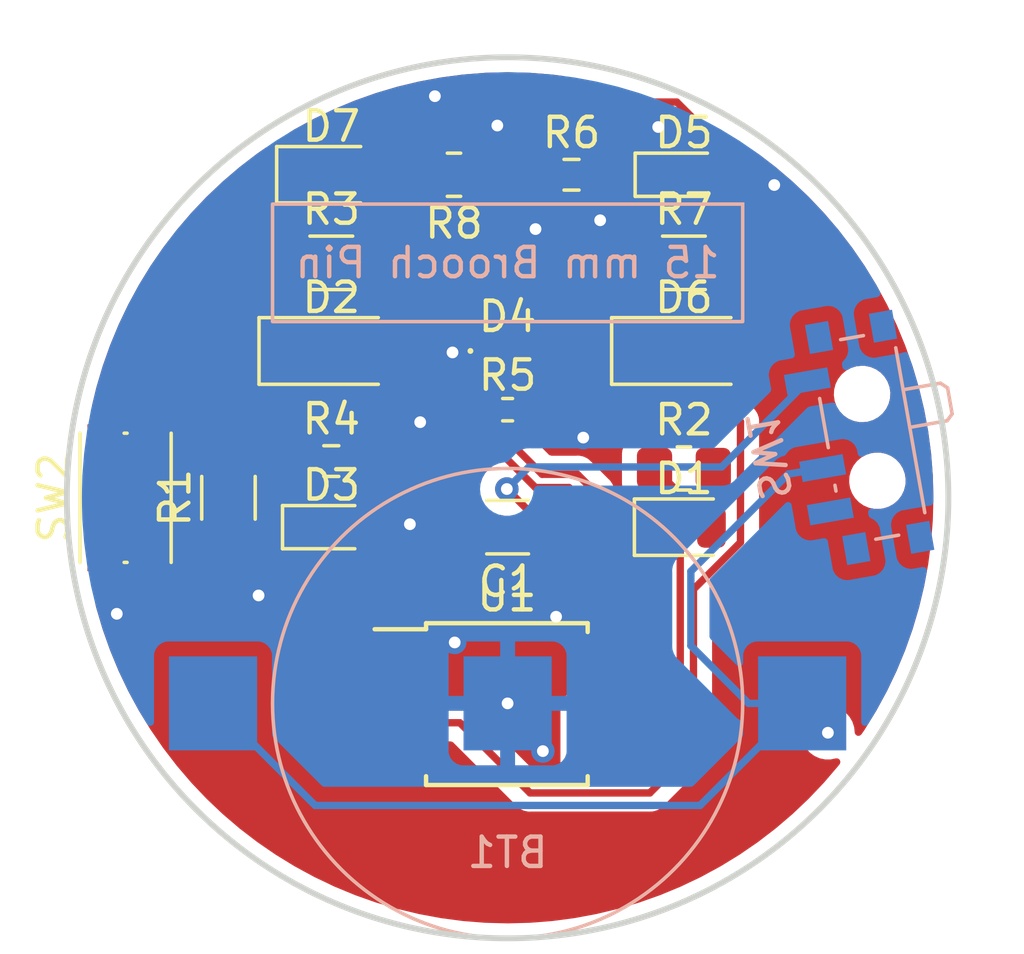
<source format=kicad_pcb>
(kicad_pcb (version 20211014) (generator pcbnew)
  (layers (0 "F.Cu" signal) (31 "B.Cu" signal) (34 "B.Paste" user) (35 "F.Paste" user) (36 "B.SilkS" user "B.Silkscreen") (37 "F.SilkS" user "F.Silkscreen") (38 "B.Mask" user) (39 "F.Mask" user) (44 "Edge.Cuts" user))
  (net 0 "")
  (net 1 "Net-(BT1-Pad1)")
  (net 2 "GND")
  (net 3 "+3V3")
  (net 4 "Net-(D1-Pad2)")
  (net 5 "Net-(D2-Pad2)")
  (net 6 "Net-(D3-Pad2)")
  (net 7 "Net-(D4-Pad2)")
  (net 8 "Net-(D5-Pad2)")
  (net 9 "Net-(D6-Pad2)")
  (net 10 "Net-(D7-Pad2)")
  (net 11 "/Dice_Button")
  (net 12 "/LED_4")
  (net 13 "/LED_6")
  (net 14 "/LED_2")
  (net 15 "/LED_1")
  (footprint "Capacitor_SMD:C_1206_3216Metric_Pad1.33x1.80mm_HandSolder" (layer "F.Cu") (at 100 51 180)
    (fp_text reference "C1" (at 0 -1.85) (layer "F.SilkS"))
    (fp_text value "2u2")
    (fp_line (start -0.711252 0.91) (end 0.711252 0.91) (layer "F.SilkS") (width 0.12))
    (fp_line (start -0.711252 -0.91) (end 0.711252 -0.91) (layer "F.SilkS") (width 0.12))
    (pad "1" smd roundrect (at -1.5625 0 180) (size 1.325 1.8) (layers "F.Cu" "F.Paste" "F.Mask") (roundrect_rratio 0.188679) (net 3 "+3V3"))
    (pad "2" smd roundrect (at 1.5625 0 180) (size 1.325 1.8) (layers "F.Cu" "F.Paste" "F.Mask") (roundrect_rratio 0.188679) (net 2 "GND"))
  )
  (footprint "Resistor_SMD:R_0805_2012Metric_Pad1.20x1.40mm_HandSolder" (layer "F.Cu") (at 106 49)
    (fp_text reference "R2" (at 0 -1.65) (layer "F.SilkS"))
    (fp_text value "180")
    (fp_line (start -0.227064 0.735) (end 0.227064 0.735) (layer "F.SilkS") (width 0.12))
    (fp_line (start -0.227064 -0.735) (end 0.227064 -0.735) (layer "F.SilkS") (width 0.12))
    (pad "1" smd roundrect (at -1 0) (size 1.2 1.4) (layers "F.Cu" "F.Paste" "F.Mask") (roundrect_rratio 0.208333) (net 12 "/LED_4"))
    (pad "2" smd roundrect (at 1 0) (size 1.2 1.4) (layers "F.Cu" "F.Paste" "F.Mask") (roundrect_rratio 0.208333) (net 4 "Net-(D1-Pad2)"))
  )
  (footprint "Diode_SMD:D_0603_1608Metric_Pad1.05x0.95mm_HandSolder" (layer "F.Cu") (at 106 39)
    (fp_text reference "D5" (at 0 -1.43) (layer "F.SilkS"))
    (fp_text value "Green")
    (fp_line (start 0.8 -0.735) (end -1.66 -0.735) (layer "F.SilkS") (width 0.12))
    (fp_line (start -1.66 0.735) (end 0.8 0.735) (layer "F.SilkS") (width 0.12))
    (fp_line (start -1.66 -0.735) (end -1.66 0.735) (layer "F.SilkS") (width 0.12))
    (pad "1" smd roundrect (at -0.875 0) (size 1.05 0.95) (layers "F.Cu" "F.Paste" "F.Mask") (net 2 "GND"))
    (pad "2" smd roundrect (at 0.875 0) (size 1.05 0.95) (layers "F.Cu" "F.Paste" "F.Mask") (net 8 "Net-(D5-Pad2)"))
  )
  (footprint "Resistor_SMD:R_1206_3216Metric_Pad1.30x1.75mm_HandSolder" (layer "F.Cu") (at 94 42)
    (fp_text reference "R3" (at 0 -1.82) (layer "F.SilkS"))
    (fp_text value "120")
    (fp_line (start -0.727064 0.91) (end 0.727064 0.91) (layer "F.SilkS") (width 0.12))
    (fp_line (start -0.727064 -0.91) (end 0.727064 -0.91) (layer "F.SilkS") (width 0.12))
    (pad "1" smd roundrect (at -1.55 0) (size 1.3 1.75) (layers "F.Cu" "F.Paste" "F.Mask") (roundrect_rratio 0.192308) (net 13 "/LED_6"))
    (pad "2" smd roundrect (at 1.55 0) (size 1.3 1.75) (layers "F.Cu" "F.Paste" "F.Mask") (roundrect_rratio 0.192308) (net 5 "Net-(D2-Pad2)"))
  )
  (footprint "Diode_SMD:D_0402_1005Metric_Pad0.77x0.64mm_HandSolder" (layer "F.Cu") (at 100 45)
    (fp_text reference "D4" (at 0 -1.17) (layer "F.SilkS"))
    (fp_text value "Blue")
    (fp_circle (center -1.265 0) (end -1.215 0) (layer "F.SilkS") (width 0.1) (fill none))
    (pad "1" smd roundrect (at -0.5725 0) (size 0.765 0.64) (layers "F.Cu" "F.Paste" "F.Mask") (net 2 "GND"))
    (pad "2" smd roundrect (at 0.5725 0) (size 0.765 0.64) (layers "F.Cu" "F.Paste" "F.Mask") (net 7 "Net-(D4-Pad2)"))
  )
  (footprint "Button_Switch_SMD:SW_Push_1P1T_NO_CK_KMR2" (layer "F.Cu") (at 87 50 90)
    (fp_text reference "SW2" (at 0 -2.45 90) (layer "F.SilkS"))
    (fp_text value "Dice Roll")
    (fp_line (start -2.2 0.05) (end -2.2 -0.05) (layer "F.SilkS") (width 0.12))
    (fp_line (start 2.2 -1.55) (end -2.2 -1.55) (layer "F.SilkS") (width 0.12))
    (fp_line (start -2.2 1.55) (end 2.2 1.55) (layer "F.SilkS") (width 0.12))
    (fp_line (start 2.2 0.05) (end 2.2 -0.05) (layer "F.SilkS") (width 0.12))
    (pad "1" smd rect (at 2.05 -0.8 90) (size 0.9 1) (layers "F.Cu" "F.Paste" "F.Mask") (net 11 "/Dice_Button"))
    (pad "1" smd rect (at -2.05 -0.8 90) (size 0.9 1) (layers "F.Cu" "F.Paste" "F.Mask") (net 11 "/Dice_Button"))
    (pad "2" smd rect (at 2.05 0.8 90) (size 0.9 1) (layers "F.Cu" "F.Paste" "F.Mask") (net 3 "+3V3"))
    (pad "2" smd rect (at -2.05 0.8 90) (size 0.9 1) (layers "F.Cu" "F.Paste" "F.Mask") (net 3 "+3V3"))
  )
  (footprint "Resistor_SMD:R_0603_1608Metric_Pad0.98x0.95mm_HandSolder" (layer "F.Cu") (at 94 48.75)
    (fp_text reference "R4" (at 0 -1.43) (layer "F.SilkS"))
    (fp_text value "120")
    (fp_line (start -0.254724 0.5225) (end 0.254724 0.5225) (layer "F.SilkS") (width 0.12))
    (fp_line (start -0.254724 -0.5225) (end 0.254724 -0.5225) (layer "F.SilkS") (width 0.12))
    (pad "1" smd roundrect (at -0.9125 0) (size 0.975 0.95) (layers "F.Cu" "F.Paste" "F.Mask") (net 14 "/LED_2"))
    (pad "2" smd roundrect (at 0.9125 0) (size 0.975 0.95) (layers "F.Cu" "F.Paste" "F.Mask") (net 6 "Net-(D3-Pad2)"))
  )
  (footprint "Diode_SMD:D_1206_3216Metric_Pad1.42x1.75mm_HandSolder" (layer "F.Cu") (at 94 45)
    (fp_text reference "D2" (at 0 -1.82) (layer "F.SilkS"))
    (fp_text value "Yellow")
    (fp_line (start -2.46 1.135) (end 1.6 1.135) (layer "F.SilkS") (width 0.12))
    (fp_line (start 1.6 -1.135) (end -2.46 -1.135) (layer "F.SilkS") (width 0.12))
    (fp_line (start -2.46 -1.135) (end -2.46 1.135) (layer "F.SilkS") (width 0.12))
    (pad "1" smd roundrect (at -1.4875 0) (size 1.425 1.75) (layers "F.Cu" "F.Paste" "F.Mask") (roundrect_rratio 0.175439) (net 2 "GND"))
    (pad "2" smd roundrect (at 1.4875 0) (size 1.425 1.75) (layers "F.Cu" "F.Paste" "F.Mask") (roundrect_rratio 0.175439) (net 5 "Net-(D2-Pad2)"))
  )
  (footprint "Diode_SMD:D_0805_2012Metric" (layer "F.Cu") (at 106 51)
    (fp_text reference "D1" (at 0 -1.65) (layer "F.SilkS"))
    (fp_text value "Red")
    (fp_line (start -1.685 -0.96) (end -1.685 0.96) (layer "F.SilkS") (width 0.12))
    (fp_line (start -1.685 0.96) (end 1 0.96) (layer "F.SilkS") (width 0.12))
    (fp_line (start 1 -0.96) (end -1.685 -0.96) (layer "F.SilkS") (width 0.12))
    (pad "1" smd roundrect (at -0.9375 0) (size 0.975 1.4) (layers "F.Cu" "F.Paste" "F.Mask") (net 2 "GND"))
    (pad "2" smd roundrect (at 0.9375 0) (size 0.975 1.4) (layers "F.Cu" "F.Paste" "F.Mask") (net 4 "Net-(D1-Pad2)"))
  )
  (footprint "Resistor_SMD:R_0805_2012Metric_Pad1.20x1.40mm_HandSolder" (layer "F.Cu") (at 98.175 39 180)
    (fp_text reference "R8" (at 0 -1.65) (layer "F.SilkS"))
    (fp_text value "180")
    (fp_line (start -0.227064 -0.735) (end 0.227064 -0.735) (layer "F.SilkS") (width 0.12))
    (fp_line (start -0.227064 0.735) (end 0.227064 0.735) (layer "F.SilkS") (width 0.12))
    (pad "1" smd roundrect (at -1 0 180) (size 1.2 1.4) (layers "F.Cu" "F.Paste" "F.Mask") (roundrect_rratio 0.208333) (net 12 "/LED_4"))
    (pad "2" smd roundrect (at 1 0 180) (size 1.2 1.4) (layers "F.Cu" "F.Paste" "F.Mask") (roundrect_rratio 0.208333) (net 10 "Net-(D7-Pad2)"))
  )
  (footprint "Diode_SMD:D_0805_2012Metric_Pad1.15x1.40mm_HandSolder" (layer "F.Cu") (at 94 39)
    (fp_text reference "D7" (at 0 -1.65) (layer "F.SilkS"))
    (fp_text value "Red")
    (fp_line (start -1.86 0.96) (end 1 0.96) (layer "F.SilkS") (width 0.12))
    (fp_line (start -1.86 -0.96) (end -1.86 0.96) (layer "F.SilkS") (width 0.12))
    (fp_line (start 1 -0.96) (end -1.86 -0.96) (layer "F.SilkS") (width 0.12))
    (pad "1" smd roundrect (at -1.025 0) (size 1.15 1.4) (layers "F.Cu" "F.Paste" "F.Mask") (roundrect_rratio 0.217391) (net 2 "GND"))
    (pad "2" smd roundrect (at 1.025 0) (size 1.15 1.4) (layers "F.Cu" "F.Paste" "F.Mask") (roundrect_rratio 0.217391) (net 10 "Net-(D7-Pad2)"))
  )
  (footprint "Resistor_SMD:R_1206_3216Metric_Pad1.30x1.75mm_HandSolder" (layer "F.Cu") (at 90.5 50 90)
    (fp_text reference "R1" (at 0 -1.82 90) (layer "F.SilkS"))
    (fp_text value "10k")
    (fp_line (start -0.727064 0.91) (end 0.727064 0.91) (layer "F.SilkS") (width 0.12))
    (fp_line (start -0.727064 -0.91) (end 0.727064 -0.91) (layer "F.SilkS") (width 0.12))
    (pad "1" smd roundrect (at -1.55 0 90) (size 1.3 1.75) (layers "F.Cu" "F.Paste" "F.Mask") (roundrect_rratio 0.192308) (net 11 "/Dice_Button"))
    (pad "2" smd roundrect (at 1.55 0 90) (size 1.3 1.75) (layers "F.Cu" "F.Paste" "F.Mask") (roundrect_rratio 0.192308) (net 2 "GND"))
  )
  (footprint "Resistor_SMD:R_1206_3216Metric_Pad1.30x1.75mm_HandSolder" (layer "F.Cu") (at 106 42)
    (fp_text reference "R7" (at 0 -1.82) (layer "F.SilkS"))
    (fp_text value "120")
    (fp_line (start -0.727064 0.91) (end 0.727064 0.91) (layer "F.SilkS") (width 0.12))
    (fp_line (start -0.727064 -0.91) (end 0.727064 -0.91) (layer "F.SilkS") (width 0.12))
    (pad "1" smd roundrect (at -1.55 0) (size 1.3 1.75) (layers "F.Cu" "F.Paste" "F.Mask") (roundrect_rratio 0.192308) (net 13 "/LED_6"))
    (pad "2" smd roundrect (at 1.55 0) (size 1.3 1.75) (layers "F.Cu" "F.Paste" "F.Mask") (roundrect_rratio 0.192308) (net 9 "Net-(D6-Pad2)"))
  )
  (footprint "Resistor_SMD:R_0402_1005Metric_Pad0.72x0.64mm_HandSolder" (layer "F.Cu") (at 100 47)
    (fp_text reference "R5" (at 0 -1.17) (layer "F.SilkS"))
    (fp_text value "10")
    (fp_line (start -0.167621 -0.38) (end 0.167621 -0.38) (layer "F.SilkS") (width 0.12))
    (fp_line (start -0.167621 0.38) (end 0.167621 0.38) (layer "F.SilkS") (width 0.12))
    (pad "1" smd roundrect (at -0.5975 0) (size 0.715 0.64) (layers "F.Cu" "F.Paste" "F.Mask") (net 15 "/LED_1"))
    (pad "2" smd roundrect (at 0.5975 0) (size 0.715 0.64) (layers "F.Cu" "F.Paste" "F.Mask") (net 7 "Net-(D4-Pad2)"))
  )
  (footprint "Diode_SMD:D_1206_3216Metric_Pad1.42x1.75mm_HandSolder" (layer "F.Cu") (at 106 45)
    (fp_text reference "D6" (at 0 -1.82) (layer "F.SilkS"))
    (fp_text value "Yellow")
    (fp_line (start -2.46 -1.135) (end -2.46 1.135) (layer "F.SilkS") (width 0.12))
    (fp_line (start -2.46 1.135) (end 1.6 1.135) (layer "F.SilkS") (width 0.12))
    (fp_line (start 1.6 -1.135) (end -2.46 -1.135) (layer "F.SilkS") (width 0.12))
    (pad "1" smd roundrect (at -1.4875 0) (size 1.425 1.75) (layers "F.Cu" "F.Paste" "F.Mask") (roundrect_rratio 0.175439) (net 2 "GND"))
    (pad "2" smd roundrect (at 1.4875 0) (size 1.425 1.75) (layers "F.Cu" "F.Paste" "F.Mask") (roundrect_rratio 0.175439) (net 9 "Net-(D6-Pad2)"))
  )
  (footprint "Resistor_SMD:R_0603_1608Metric_Pad0.98x0.95mm_HandSolder" (layer "F.Cu") (at 102.175 39)
    (fp_text reference "R6" (at 0 -1.43) (layer "F.SilkS"))
    (fp_text value "120")
    (fp_line (start -0.254724 0.5225) (end 0.254724 0.5225) (layer "F.SilkS") (width 0.12))
    (fp_line (start -0.254724 -0.5225) (end 0.254724 -0.5225) (layer "F.SilkS") (width 0.12))
    (pad "1" smd roundrect (at -0.9125 0) (size 0.975 0.95) (layers "F.Cu" "F.Paste" "F.Mask") (net 14 "/LED_2"))
    (pad "2" smd roundrect (at 0.9125 0) (size 0.975 0.95) (layers "F.Cu" "F.Paste" "F.Mask") (net 8 "Net-(D5-Pad2)"))
  )
  (footprint "Diode_SMD:D_0603_1608Metric_Pad1.05x0.95mm_HandSolder" (layer "F.Cu") (at 94 51)
    (fp_text reference "D3" (at 0 -1.43) (layer "F.SilkS"))
    (fp_text value "Green")
    (fp_line (start -1.66 0.735) (end 0.8 0.735) (layer "F.SilkS") (width 0.12))
    (fp_line (start 0.8 -0.735) (end -1.66 -0.735) (layer "F.SilkS") (width 0.12))
    (fp_line (start -1.66 -0.735) (end -1.66 0.735) (layer "F.SilkS") (width 0.12))
    (pad "1" smd roundrect (at -0.875 0) (size 1.05 0.95) (layers "F.Cu" "F.Paste" "F.Mask") (net 2 "GND"))
    (pad "2" smd roundrect (at 0.875 0) (size 1.05 0.95) (layers "F.Cu" "F.Paste" "F.Mask") (net 6 "Net-(D3-Pad2)"))
  )
  (footprint "Package_SO:SOIC-8W_5.3x5.3mm_P1.27mm" (layer "F.Cu") (at 99.975 57.025)
    (fp_text reference "U1" (at 0 -3.68) (layer "F.SilkS"))
    (fp_text value "ATtiny85")
    (fp_line (start 2.75 -2.755) (end 2.75 -2.455) (layer "F.SilkS") (width 0.15))
    (fp_line (start -2.75 2.755) (end -2.75 2.455) (layer "F.SilkS") (width 0.15))
    (fp_line (start -2.75 -2.755) (end 2.75 -2.755) (layer "F.SilkS") (width 0.15))
    (fp_line (start -2.75 2.755) (end 2.75 2.755) (layer "F.SilkS") (width 0.15))
    (fp_line (start -2.75 -2.55) (end -4.5 -2.55) (layer "F.SilkS") (width 0.15))
    (fp_line (start 2.75 2.755) (end 2.75 2.455) (layer "F.SilkS") (width 0.15))
    (fp_line (start -2.75 -2.755) (end -2.75 -2.55) (layer "F.SilkS") (width 0.15))
    (pad "1" smd rect (at -3.65 -1.905) (size 1.7 0.65) (layers "F.Cu" "F.Paste" "F.Mask"))
    (pad "2" smd rect (at -3.65 -0.635) (size 1.7 0.65) (layers "F.Cu" "F.Paste" "F.Mask") (net 11 "/Dice_Button"))
    (pad "3" smd rect (at -3.65 0.635) (size 1.7 0.65) (layers "F.Cu" "F.Paste" "F.Mask") (net 13 "/LED_6"))
    (pad "4" smd rect (at -3.65 1.905) (size 1.7 0.65) (layers "F.Cu" "F.Paste" "F.Mask") (net 2 "GND"))
    (pad "5" smd rect (at 3.65 1.905) (size 1.7 0.65) (layers "F.Cu" "F.Paste" "F.Mask") (net 15 "/LED_1"))
    (pad "6" smd rect (at 3.65 0.635) (size 1.7 0.65) (layers "F.Cu" "F.Paste" "F.Mask") (net 14 "/LED_2"))
    (pad "7" smd rect (at 3.65 -0.635) (size 1.7 0.65) (layers "F.Cu" "F.Paste" "F.Mask") (net 12 "/LED_4"))
    (pad "8" smd rect (at 3.65 -1.905) (size 1.7 0.65) (layers "F.Cu" "F.Paste" "F.Mask") (net 3 "+3V3"))
  )
  (footprint "brooch pin:15 mm Brooch Pin" (layer "B.Cu") (at 100 42 180)
    (fp_text reference "Pin1" hide)
    (fp_text value "15 mm Brooch Pin" (at 0 0 unlocked) (layer "B.SilkS") (effects (justify mirror)))
    (fp_rect (start -8 2) (end 8 -2) (layer "B.SilkS") (width 0.12) (fill none))
  )
  (footprint "Button_Switch_SMD:SW_SPDT_PCM12" (layer "B.Cu") (at 112 48 -80)
    (fp_text reference "SW1" (at 0 3.2 100) (layer "B.SilkS") (effects (justify mirror)))
    (fp_text value "Power")
    (fp_line (start -1.6 1.12) (end 0.1 1.12) (layer "B.SilkS") (width 0.12))
    (fp_line (start 1.4 1.12) (end 1.6 1.12) (layer "B.SilkS") (width 0.12))
    (fp_line (start -1.4 -3.02) (end -1.2 -3.23) (layer "B.SilkS") (width 0.12))
    (fp_line (start -3.45 0.07) (end -3.45 -0.72) (layer "B.SilkS") (width 0.12))
    (fp_line (start -1.2 -3.23) (end -0.3 -3.23) (layer "B.SilkS") (width 0.12))
    (fp_line (start -0.1 -3.02) (end -0.1 -1.73) (layer "B.SilkS") (width 0.12))
    (fp_line (start -0.1 -3.02) (end -0.3 -3.23) (layer "B.SilkS") (width 0.12))
    (fp_line (start -2.85 -1.73) (end 2.85 -1.73) (layer "B.SilkS") (width 0.12))
    (fp_line (start -1.4 -1.73) (end -1.4 -3.02) (layer "B.SilkS") (width 0.12))
    (fp_line (start 3.45 -0.72) (end 3.45 0.07) (layer "B.SilkS") (width 0.12))
    (pad "" np_thru_hole circle (at -1.5 -0.33 280) (size 0.9 0.9) (drill 0.9) (layers *.Cu *.Mask))
    (pad "" smd rect (at -3.65 -1.43 280) (size 1 0.8) (layers "B.Cu" "B.Paste" "B.Mask"))
    (pad "" smd rect (at 3.65 0.78 280) (size 1 0.8) (layers "B.Cu" "B.Paste" "B.Mask"))
    (pad "" np_thru_hole circle (at 1.5 -0.33 280) (size 0.9 0.9) (drill 0.9) (layers *.Cu *.Mask))
    (pad "" smd rect (at 3.65 -1.43 280) (size 1 0.8) (layers "B.Cu" "B.Paste" "B.Mask"))
    (pad "" smd rect (at -3.65 0.78 280) (size 1 0.8) (layers "B.Cu" "B.Paste" "B.Mask"))
    (pad "1" smd rect (at -2.25 1.43 280) (size 0.7 1.5) (layers "B.Cu" "B.Paste" "B.Mask") (net 3 "+3V3"))
    (pad "2" smd rect (at 0.75 1.43 280) (size 0.7 1.5) (layers "B.Cu" "B.Paste" "B.Mask") (net 1 "Net-(BT1-Pad1)"))
    (pad "3" smd rect (at 2.25 1.43 280) (size 0.7 1.5) (layers "B.Cu" "B.Paste" "B.Mask"))
  )
  (footprint "SMTM1632:SMTM1632" (layer "B.Cu") (at 100 57 180)
    (fp_text reference "BT1" (at 0 -5.08 unlocked) (layer "B.SilkS") (effects (justify mirror)))
    (fp_text value "SMTM1632")
    (fp_circle (center 0 0) (end 8 0) (layer "B.SilkS") (width 0.12) (fill none))
    (pad "1" smd rect (at 10.025 0 180) (size 3 3.2) (layers "B.Cu" "B.Paste" "B.Mask") (net 1 "Net-(BT1-Pad1)"))
    (pad "1" smd rect (at -10.025 0 180) (size 3 3.2) (layers "B.Cu" "B.Paste" "B.Mask") (net 1 "Net-(BT1-Pad1)"))
    (pad "2" smd rect (at 0 0 180) (size 3 3.2) (layers "B.Cu" "B.Paste" "B.Mask") (net 2 "GND"))
  )
  (gr_circle locked (center 100 50) (end 115 50) (layer "Edge.Cuts") (width 0.2) (fill none))
  (via (at 110.9 58) (size 0.8) (drill 0.4) (layers "F.Cu" "B.Cu") (net 1))
  (segment (start 106.2367 55.037) (end 106.2367 52.5032) (width 0.25) (layer "B.Cu") (net 1))
  (segment (start 106.2367 55.037) (end 108.1997 57) (width 0.25) (layer "B.Cu") (net 1))
  (segment (start 106.55 60.475) (end 93.45 60.475) (width 0.25) (layer "B.Cu") (net 1))
  (segment (start 110.025 57) (end 108.1997 57) (width 0.25) (layer "B.Cu") (net 1))
  (segment (start 110.025 57) (end 106.55 60.475) (width 0.25) (layer "B.Cu") (net 1))
  (segment (start 110.722 48.9869) (end 109.5457 49.1943) (width 0.25) (layer "B.Cu") (net 1))
  (segment (start 93.45 60.475) (end 89.975 57) (width 0.25) (layer "B.Cu") (net 1))
  (segment (start 106.2367 52.5032) (end 109.5457 49.1942) (width 0.25) (layer "B.Cu") (net 1))
  (segment (start 109.5457 49.1942) (end 109.5457 49.1943) (width 0.25) (layer "B.Cu") (net 1))
  (via (at 96.675 50.9) (size 0.8) (drill 0.4) (layers "F.Cu" "B.Cu") (net 2))
  (via (at 91.525 53.325) (size 0.8) (drill 0.4) (layers "F.Cu" "B.Cu") (net 2))
  (via (at 105.125 37.375) (size 0.8) (drill 0.4) (layers "F.Cu" "B.Cu") (net 2))
  (via (at 101.2 58.625) (size 0.8) (drill 0.4) (layers "F.Cu" "B.Cu") (net 2))
  (via (at 98.2 54.925) (size 0.8) (drill 0.4) (layers "F.Cu" "B.Cu") (net 2))
  (via (at 99.999998 57) (size 0.8) (drill 0.4) (layers "F.Cu" "B.Cu") (net 2))
  (via (at 86.7 53.95) (size 0.8) (drill 0.4) (layers "F.Cu" "B.Cu") (net 2))
  (via (at 99.65 37.325) (size 0.8) (drill 0.4) (layers "F.Cu" "B.Cu") (net 2))
  (via (at 101.65 54.05) (size 0.8) (drill 0.4) (layers "F.Cu" "B.Cu") (net 2))
  (via (at 97.525 36.325) (size 0.8) (drill 0.4) (layers "F.Cu" "B.Cu") (net 2))
  (via (at 109.075 39.35) (size 0.8) (drill 0.4) (layers "F.Cu" "B.Cu") (net 2))
  (via (at 103.15 40.55) (size 0.8) (drill 0.4) (layers "F.Cu" "B.Cu") (net 2))
  (via (at 102.575 47.95) (size 0.8) (drill 0.4) (layers "F.Cu" "B.Cu") (net 2))
  (via (at 97.025 47.425) (size 0.8) (drill 0.4) (layers "F.Cu" "B.Cu") (net 2))
  (via (at 100.95 40.85) (size 0.8) (drill 0.4) (layers "F.Cu" "B.Cu") (net 2))
  (via (at 98.125 45.05) (size 0.8) (drill 0.4) (layers "F.Cu" "B.Cu") (net 2))
  (segment (start 100 57) (end 99.999998 57) (width 0.25) (layer "B.Cu") (net 2))
  (segment (start 94.5651 53.775) (end 91.3521 50.562) (width 0.25) (layer "F.Cu") (net 3))
  (segment (start 103.625 54.3194) (end 101.5625 52.2569) (width 0.25) (layer "F.Cu") (net 3))
  (segment (start 87.8 47.95) (end 87.8 48.7253) (width 0.25) (layer "F.Cu") (net 3))
  (segment (start 88.5127 49.438) (end 87.8 48.7253) (width 0.25) (layer "F.Cu") (net 3))
  (segment (start 87.8 52.05) (end 87.8 51.2747) (width 0.25) (layer "F.Cu") (net 3))
  (segment (start 101.5625 51) (end 101.272601 51) (width 0.25) (layer "F.Cu") (net 3))
  (segment (start 103.625 55.12) (end 103.625 54.3194) (width 0.25) (layer "F.Cu") (net 3))
  (segment (start 88.5127 50.562) (end 87.8 51.2747) (width 0.25) (layer "F.Cu") (net 3))
  (segment (start 101.272601 51) (end 99.973828 49.701227) (width 0.25) (layer "F.Cu") (net 3))
  (segment (start 101.5625 52.2569) (end 101.5625 51) (width 0.25) (layer "F.Cu") (net 3))
  (segment (start 100.0444 53.775) (end 94.5651 53.775) (width 0.25) (layer "F.Cu") (net 3))
  (segment (start 101.5625 52.2569) (end 100.0444 53.775) (width 0.25) (layer "F.Cu") (net 3))
  (segment (start 88.5127 50.562) (end 88.5127 49.438) (width 0.25) (layer "F.Cu") (net 3))
  (segment (start 91.3521 50.562) (end 88.5127 50.562) (width 0.25) (layer "F.Cu") (net 3))
  (via (at 99.973828 49.701227) (size 0.8) (drill 0.4) (layers "F.Cu" "B.Cu") (net 3))
  (segment (start 110.201 46.0325) (end 107.2835 48.95) (width 0.25) (layer "B.Cu") (net 3))
  (segment (start 100.725055 48.95) (end 99.973828 49.701227) (width 0.25) (layer "B.Cu") (net 3))
  (segment (start 107.2835 48.95) (end 100.725055 48.95) (width 0.25) (layer "B.Cu") (net 3))
  (segment (start 107 50.9375) (end 107 49) (width 0.25) (layer "F.Cu") (net 4))
  (segment (start 106.9375 51) (end 107 50.9375) (width 0.25) (layer "F.Cu") (net 4))
  (segment (start 95.4875 45) (end 95.55 44.9375) (width 0.25) (layer "F.Cu") (net 5))
  (segment (start 95.55 44.9375) (end 95.55 42) (width 0.25) (layer "F.Cu") (net 5))
  (segment (start 94.9125 50.9625) (end 94.9125 48.75) (width 0.25) (layer "F.Cu") (net 6))
  (segment (start 94.875 51) (end 94.9125 50.9625) (width 0.25) (layer "F.Cu") (net 6))
  (segment (start 100.5725 45) (end 100.5975 45.025) (width 0.25) (layer "F.Cu") (net 7))
  (segment (start 100.5975 45.025) (end 100.5975 47) (width 0.25) (layer "F.Cu") (net 7))
  (segment (start 106.0527 39.8223) (end 103.9098 39.8223) (width 0.25) (layer "F.Cu") (net 8))
  (segment (start 106.875 39) (end 106.0527 39.8223) (width 0.25) (layer "F.Cu") (net 8))
  (segment (start 103.9098 39.8223) (end 103.0875 39) (width 0.25) (layer "F.Cu") (net 8))
  (segment (start 107.4875 45) (end 107.55 44.9375) (width 0.25) (layer "F.Cu") (net 9))
  (segment (start 107.55 44.9375) (end 107.55 42) (width 0.25) (layer "F.Cu") (net 9))
  (segment (start 95.025 39) (end 97.175 39) (width 0.25) (layer "F.Cu") (net 10))
  (segment (start 89.2247 52.8253) (end 90.5 51.55) (width 0.25) (layer "F.Cu") (net 11))
  (segment (start 91.485 51.55) (end 95.15 55.215) (width 0.25) (layer "F.Cu") (net 11))
  (segment (start 90.5 51.55) (end 91.485 51.55) (width 0.25) (layer "F.Cu") (net 11))
  (segment (start 86.2 52.05) (end 86.2 52.8253) (width 0.25) (layer "F.Cu") (net 11))
  (segment (start 95.77 56.39) (end 96.325 56.39) (width 0.25) (layer "F.Cu") (net 11))
  (segment (start 95.15 55.77) (end 95.77 56.39) (width 0.25) (layer "F.Cu") (net 11))
  (segment (start 95.15 55.215) (end 95.15 55.77) (width 0.25) (layer "F.Cu") (net 11))
  (segment (start 86.2 52.8253) (end 89.2247 52.8253) (width 0.25) (layer "F.Cu") (net 11))
  (segment (start 86.2 47.95) (end 86.2 52.05) (width 0.25) (layer "F.Cu") (net 11))
  (segment (start 105 47.95) (end 105 49) (width 0.25) (layer "F.Cu") (net 12))
  (segment (start 105.875499 58.341801) (end 104.6319 59.5854) (width 0.25) (layer "F.Cu") (net 12))
  (segment (start 102.116 45.066) (end 105 47.95) (width 0.25) (layer "F.Cu") (net 12))
  (segment (start 102.6133 59.5854) (end 102.4313 59.4034) (width 0.25) (layer "F.Cu") (net 12))
  (segment (start 101.7027 38.1532) (end 102.116 38.5665) (width 0.25) (layer "F.Cu") (net 12))
  (segment (start 103.2342 56.39) (end 103.625 56.39) (width 0.25) (layer "F.Cu") (net 12))
  (segment (start 104.6319 59.5854) (end 102.6133 59.5854) (width 0.25) (layer "F.Cu") (net 12))
  (segment (start 102.4313 59.4034) (end 102.4313 57.1929) (width 0.25) (layer "F.Cu") (net 12))
  (segment (start 100.0218 38.1532) (end 101.7027 38.1532) (width 0.25) (layer "F.Cu") (net 12))
  (segment (start 102.4313 57.1929) (end 103.2342 56.39) (width 0.25) (layer "F.Cu") (net 12))
  (segment (start 105.875499 49.875499) (end 105.875499 58.341801) (width 0.25) (layer "F.Cu") (net 12))
  (segment (start 105 49) (end 105.875499 49.875499) (width 0.25) (layer "F.Cu") (net 12))
  (segment (start 99.175 39) (end 100.0218 38.1532) (width 0.25) (layer "F.Cu") (net 12))
  (segment (start 102.116 38.5665) (end 102.116 45.066) (width 0.25) (layer "F.Cu") (net 12))
  (segment (start 93.8638 40.5862) (end 97.25311 40.5862) (width 0.25) (layer "F.Cu") (net 13))
  (segment (start 106.2011 42) (end 106.2011 45.6857) (width 0.25) (layer "F.Cu") (net 13))
  (segment (start 92.45 42) (end 93.8638 40.5862) (width 0.25) (layer "F.Cu") (net 13))
  (segment (start 105.7563 36.525) (end 107.7319 38.5006) (width 0.25) (layer "F.Cu") (net 13))
  (segment (start 98.175 37.425) (end 99.075 36.525) (width 0.25) (layer "F.Cu") (net 13))
  (segment (start 106.2011 42) (end 104.45 42) (width 0.25) (layer "F.Cu") (net 13))
  (segment (start 107.925 51.516834) (end 106.325 53.116834) (width 0.25) (layer "F.Cu") (net 13))
  (segment (start 107.925 47.4096) (end 107.925 51.516834) (width 0.25) (layer "F.Cu") (net 13))
  (segment (start 100.7634 60.0491) (end 98.3743 57.66) (width 0.25) (layer "F.Cu") (net 13))
  (segment (start 107.7319 38.5006) (end 107.7319 39.5462) (width 0.25) (layer "F.Cu") (net 13))
  (segment (start 98.3743 57.66) (end 96.325 57.66) (width 0.25) (layer "F.Cu") (net 13))
  (segment (start 104.8404 60.0491) (end 100.7634 60.0491) (width 0.25) (layer "F.Cu") (net 13))
  (segment (start 106.2011 45.6857) (end 107.925 47.4096) (width 0.25) (layer "F.Cu") (net 13))
  (segment (start 106.2011 41.077) (end 106.2011 42) (width 0.25) (layer "F.Cu") (net 13))
  (segment (start 98.175 39.664309) (end 98.175 37.425) (width 0.25) (layer "F.Cu") (net 13))
  (segment (start 106.325 53.116834) (end 106.325 58.5645) (width 0.25) (layer "F.Cu") (net 13))
  (segment (start 107.7319 39.5462) (end 106.2011 41.077) (width 0.25) (layer "F.Cu") (net 13))
  (segment (start 106.325 58.5645) (end 104.8404 60.0491) (width 0.25) (layer "F.Cu") (net 13))
  (segment (start 97.25311 40.5862) (end 98.175 39.664309) (width 0.25) (layer "F.Cu") (net 13))
  (segment (start 99.075 36.525) (end 105.7563 36.525) (width 0.25) (layer "F.Cu") (net 13))
  (segment (start 100.9472 49.65) (end 102.088173 49.65) (width 0.25) (layer "F.Cu") (net 14))
  (segment (start 102.55 50.111827) (end 102.55 52.22) (width 0.25) (layer "F.Cu") (net 14))
  (segment (start 104.15 57.66) (end 103.625 57.66) (width 0.25) (layer "F.Cu") (net 14))
  (segment (start 102.088173 49.65) (end 102.55 50.111827) (width 0.25) (layer "F.Cu") (net 14))
  (segment (start 102.55 52.22) (end 104.8 54.47) (width 0.25) (layer "F.Cu") (net 14))
  (segment (start 98.725 40.025) (end 96.9949 41.7551) (width 0.25) (layer "F.Cu") (net 14))
  (segment (start 104.8 54.47) (end 104.8 57.01) (width 0.25) (layer "F.Cu") (net 14))
  (segment (start 96.9949 45.6977) (end 95.5764 47.1162) (width 0.25) (layer "F.Cu") (net 14))
  (segment (start 101.2625 39) (end 100.2375 40.025) (width 0.25) (layer "F.Cu") (net 14))
  (segment (start 104.8 57.01) (end 104.15 57.66) (width 0.25) (layer "F.Cu") (net 14))
  (segment (start 94.7213 47.1162) (end 93.0875 48.75) (width 0.25) (layer "F.Cu") (net 14))
  (segment (start 100.2375 40.025) (end 98.725 40.025) (width 0.25) (layer "F.Cu") (net 14))
  (segment (start 95.5764 47.1162) (end 94.7213 47.1162) (width 0.25) (layer "F.Cu") (net 14))
  (segment (start 96.9949 41.7551) (end 96.9949 45.6977) (width 0.25) (layer "F.Cu") (net 14))
  (segment (start 96.9949 45.6977) (end 100.9472 49.65) (width 0.25) (layer "F.Cu") (net 14))
  (segment (start 99.4025 47) (end 99.4025 47.4275) (width 0.25) (layer "F.Cu") (net 15))
  (segment (start 99.4025 47.4275) (end 101.175499 49.200499) (width 0.25) (layer "F.Cu") (net 15))
  (segment (start 102.999501 52.033811) (end 105.25 54.28431) (width 0.25) (layer "F.Cu") (net 15))
  (segment (start 104.15 58.93) (end 103.625 58.93) (width 0.25) (layer "F.Cu") (net 15))
  (segment (start 102.999501 49.824501) (end 102.999501 52.033811) (width 0.25) (layer "F.Cu") (net 15))
  (segment (start 105.25 54.28431) (end 105.25 57.83) (width 0.25) (layer "F.Cu") (net 15))
  (segment (start 102.375499 49.200499) (end 102.999501 49.824501) (width 0.25) (layer "F.Cu") (net 15))
  (segment (start 105.25 57.83) (end 104.15 58.93) (width 0.25) (layer "F.Cu") (net 15))
  (segment (start 101.175499 49.200499) (end 102.375499 49.200499) (width 0.25) (layer "F.Cu") (net 15))
  (zone (net 2) (net_name "GND") (layers F&B.Cu) (connect_pads (clearance 0.508)) (min_thickness 0.254) (fill yes (thermal_gap 0.508) (thermal_bridge_width 0.508) (smoothing fillet) (radius 2))
    (polygon (pts (xy 117.575 33.125) (xy 117.375 65.5) (xy 82.725 65.55) (xy 82.825 33.05)))
  )
)
</source>
